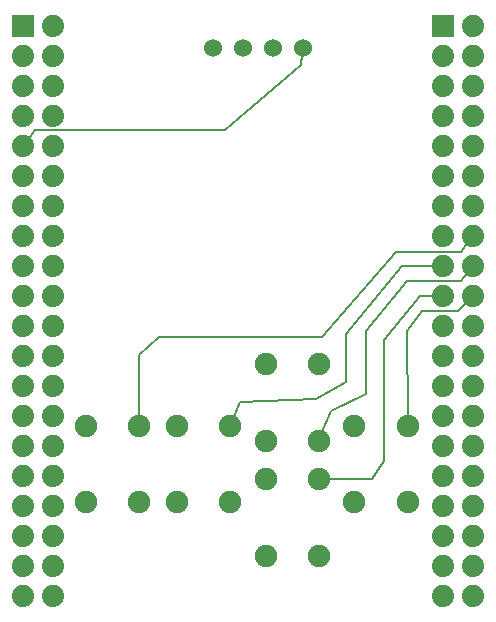
<source format=gtl>
G04 MADE WITH FRITZING*
G04 WWW.FRITZING.ORG*
G04 DOUBLE SIDED*
G04 HOLES PLATED*
G04 CONTOUR ON CENTER OF CONTOUR VECTOR*
%ASAXBY*%
%FSLAX23Y23*%
%MOIN*%
%OFA0B0*%
%SFA1.0B1.0*%
%ADD10C,0.074000*%
%ADD11C,0.060000*%
%ADD12C,0.075000*%
%ADD13R,0.074000X0.074000*%
%ADD14C,0.008000*%
%LNCOPPER1*%
G90*
G70*
G54D10*
X93Y2006D03*
X193Y2006D03*
X93Y1906D03*
X193Y1906D03*
X93Y1806D03*
X193Y1806D03*
X93Y1706D03*
X193Y1706D03*
X93Y1606D03*
X193Y1606D03*
X93Y1506D03*
X193Y1506D03*
X93Y1406D03*
X193Y1406D03*
X93Y1306D03*
X193Y1306D03*
X93Y1206D03*
X193Y1206D03*
X93Y1106D03*
X193Y1106D03*
X93Y1005D03*
X193Y1005D03*
X93Y905D03*
X193Y905D03*
X93Y805D03*
X193Y805D03*
X93Y705D03*
X193Y705D03*
X93Y605D03*
X193Y605D03*
X93Y505D03*
X193Y505D03*
X93Y405D03*
X193Y405D03*
X93Y305D03*
X193Y305D03*
X93Y205D03*
X193Y205D03*
X93Y105D03*
X193Y105D03*
X1493Y2006D03*
X1593Y2006D03*
X1493Y1906D03*
X1593Y1906D03*
X1493Y1806D03*
X1593Y1806D03*
X1493Y1706D03*
X1593Y1706D03*
X1493Y1606D03*
X1593Y1606D03*
X1493Y1506D03*
X1593Y1506D03*
X1493Y1406D03*
X1593Y1406D03*
X1493Y1306D03*
X1593Y1306D03*
X1493Y1206D03*
X1593Y1206D03*
X1493Y1106D03*
X1593Y1106D03*
X1493Y1005D03*
X1593Y1005D03*
X1493Y905D03*
X1593Y905D03*
X1493Y805D03*
X1593Y805D03*
X1493Y705D03*
X1593Y705D03*
X1493Y605D03*
X1593Y605D03*
X1493Y505D03*
X1593Y505D03*
X1493Y405D03*
X1593Y405D03*
X1493Y305D03*
X1593Y305D03*
X1493Y205D03*
X1593Y205D03*
X1493Y105D03*
X1593Y105D03*
G54D11*
X1025Y1932D03*
X926Y1932D03*
X825Y1932D03*
X725Y1932D03*
G54D12*
X607Y417D03*
X607Y672D03*
X784Y417D03*
X784Y672D03*
X903Y623D03*
X903Y879D03*
X1080Y623D03*
X1080Y879D03*
X1198Y417D03*
X1198Y672D03*
X1375Y417D03*
X1375Y672D03*
X302Y417D03*
X302Y672D03*
X479Y417D03*
X479Y672D03*
X903Y239D03*
X903Y495D03*
X1080Y239D03*
X1080Y495D03*
G54D13*
X93Y2006D03*
X1493Y2006D03*
G54D14*
X1021Y1874D02*
X765Y1657D01*
D02*
X765Y1657D02*
X134Y1657D01*
D02*
X134Y1657D02*
X109Y1626D01*
D02*
X1024Y1913D02*
X1021Y1874D01*
D02*
X1374Y988D02*
X1424Y1056D01*
D02*
X1543Y1056D02*
X1575Y1088D01*
D02*
X1424Y1056D02*
X1543Y1056D01*
D02*
X1375Y696D02*
X1374Y988D01*
D02*
X1415Y1106D02*
X1468Y1106D01*
D02*
X1103Y495D02*
X1257Y495D01*
D02*
X1296Y958D02*
X1415Y1106D01*
D02*
X1296Y554D02*
X1296Y958D01*
D02*
X1257Y495D02*
X1296Y554D01*
D02*
X1119Y721D02*
X1237Y780D01*
D02*
X1237Y988D02*
X1374Y1154D01*
D02*
X1237Y780D02*
X1237Y988D01*
D02*
X1088Y645D02*
X1119Y721D01*
D02*
X1552Y1154D02*
X1577Y1186D01*
D02*
X1374Y1154D02*
X1552Y1154D01*
D02*
X1169Y819D02*
X1169Y978D01*
D02*
X815Y751D02*
X1070Y762D01*
D02*
X1070Y762D02*
X1169Y819D01*
D02*
X1169Y978D02*
X1356Y1204D01*
D02*
X1356Y1204D02*
X1468Y1205D01*
D02*
X793Y694D02*
X815Y751D01*
D02*
X548Y967D02*
X1089Y967D01*
D02*
X1089Y967D02*
X1336Y1253D01*
D02*
X1336Y1253D02*
X1552Y1253D01*
D02*
X1552Y1253D02*
X1577Y1285D01*
D02*
X479Y696D02*
X480Y908D01*
D02*
X480Y908D02*
X548Y967D01*
G04 End of Copper1*
M02*
</source>
